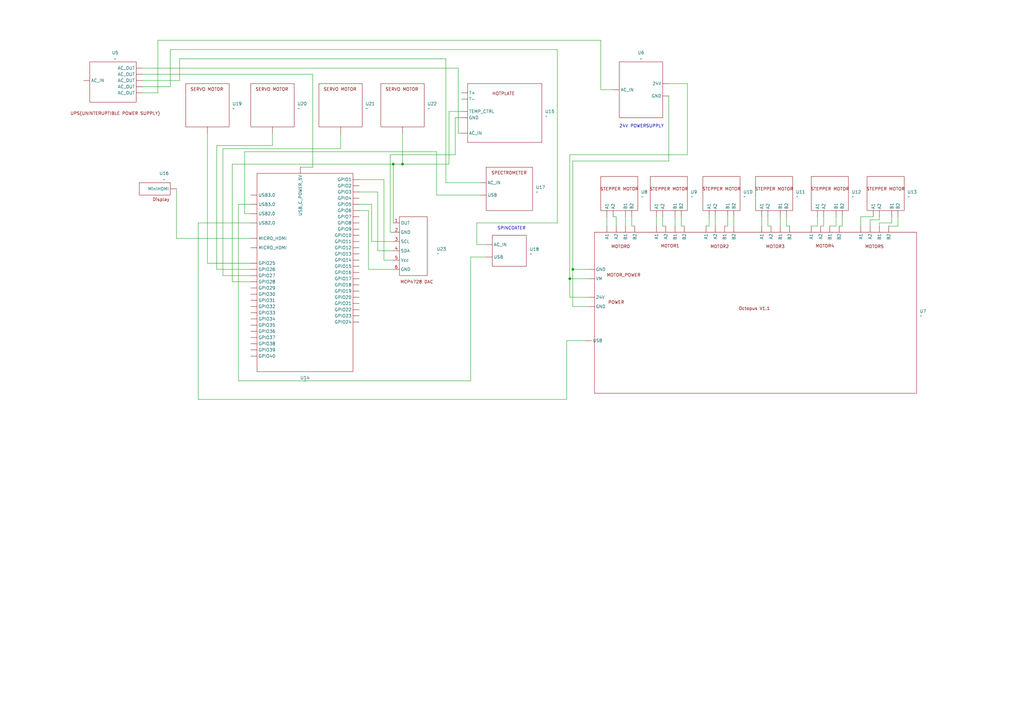
<source format=kicad_sch>
(kicad_sch (version 20231120) (generator "eeschema") (generator_version "8.0")
  (paper "A3")
  (lib_symbols
    (symbol "Hotplatelib:24V_POWER_SUPPLY"
      (property "Reference" "U" (at 0 0 0))
      (symbol "24V_POWER_SUPPLY_0_1"
        (rectangle (start -8.89 -3.81) (end 8.89 -26.67))
      )
      (symbol "24V_POWER_SUPPLY_1_1"
        (pin input line (at 11.43 -12.7 180) (length 2.54) (name "24V") (number ""))
        (pin input line (at -11.43 -15.24 0) (length 2.54) (name "AC_IN") (number ""))
        (pin input line (at 11.43 -17.78 180) (length 2.54) (name "GND") (number ""))
      )
    )
    (symbol "Hotplatelib:DAC"
      (property "Reference" "U" (at 0 0 0))
      (symbol "DAC_0_1"
        (rectangle (start -5.08 -1.27) (end 6.35 -25.4))
      )
      (symbol "DAC_1_1"
        (text "MCP4728 DAC" (at 2.032 -27.94 0) (effects (font (size 1.27 1.27))))
        (pin output line (at -7.62 -3.81 0) (length 2.54) (name "OUT") (number "1"))
        (pin input line (at -7.62 -7.62 0) (length 2.54) (name "GND") (number "2"))
        (pin input line (at -7.62 -11.43 0) (length 2.54) (name "SCL") (number "3"))
        (pin input line (at -7.62 -15.24 0) (length 2.54) (name "SDA") (number "4"))
        (pin input line (at -7.62 -19.05 0) (length 2.54) (name "Vcc") (number "5"))
        (pin output line (at -7.62 -22.86 0) (length 2.54) (name "GND") (number "6"))
      )
    )
    (symbol "Hotplatelib:Display"
      (property "Reference" "U16" (at -1.27 2.54 0))
      (property "Value" "~" (at -1.27 0 0))
      (symbol "Display_0_1"
        (rectangle (start -3.81 -1.27) (end 8.89 -6.35))
      )
      (symbol "Display_1_1"
        (text "Display" (at 0 -8.128 0) (effects (font (size 1.27 1.27))))
        (pin input line (at -6.35 -3.81 0) (length 2.54) (name "MiniHDMI") (number ""))
      )
    )
    (symbol "Hotplatelib:HOTPLATE"
      (property "Reference" "U" (at 0 0 0))
      (symbol "HOTPLATE_0_1"
        (rectangle (start -15.24 -3.81) (end 15.24 -27.94))
      )
      (symbol "HOTPLATE_1_1"
        (text "HOTPLATE\n" (at -0.508 -7.874 0) (effects (font (size 1.27 1.27))))
        (pin input line (at -17.78 -24.13 0) (length 2.54) (name "AC_IN") (number ""))
        (pin input line (at -17.78 -17.78 0) (length 2.54) (name "GND") (number ""))
        (pin input line (at -17.78 -7.62 0) (length 2.54) (name "T+") (number ""))
        (pin input line (at -17.78 -10.16 0) (length 2.54) (name "T-") (number ""))
        (pin input line (at -17.78 -15.24 0) (length 2.54) (name "TEMP_CTRL") (number ""))
      )
    )
    (symbol "Hotplatelib:RASPI4"
      (property "Reference" "U" (at -14.986 5.08 0))
      (symbol "RASPI4_0_1"
        (rectangle (start -33.02 -3.81) (end 6.35 -85.09))
      )
      (symbol "RASPI4_1_1"
        (pin input line (at 8.89 -6.35 180) (length 2.54) (name "GPIO1") (number ""))
        (pin input line (at 8.89 -29.21 180) (length 2.54) (name "GPIO10") (number ""))
        (pin input line (at 8.89 -31.75 180) (length 2.54) (name "GPIO11") (number ""))
        (pin input line (at 8.89 -34.29 180) (length 2.54) (name "GPIO12") (number ""))
        (pin input line (at 8.89 -36.83 180) (length 2.54) (name "GPIO13") (number ""))
        (pin input line (at 8.89 -39.37 180) (length 2.54) (name "GPIO14") (number ""))
        (pin input line (at 8.89 -41.91 180) (length 2.54) (name "GPIO15") (number ""))
        (pin input line (at 8.89 -44.45 180) (length 2.54) (name "GPIO16") (number ""))
        (pin input line (at 8.89 -46.99 180) (length 2.54) (name "GPIO17") (number ""))
        (pin input line (at 8.89 -49.53 180) (length 2.54) (name "GPIO18") (number ""))
        (pin input line (at 8.89 -52.07 180) (length 2.54) (name "GPIO19") (number ""))
        (pin input line (at 8.89 -8.89 180) (length 2.54) (name "GPIO2") (number ""))
        (pin input line (at 8.89 -54.61 180) (length 2.54) (name "GPIO20") (number ""))
        (pin input line (at 8.89 -57.15 180) (length 2.54) (name "GPIO21") (number ""))
        (pin input line (at 8.89 -59.69 180) (length 2.54) (name "GPIO22") (number ""))
        (pin input line (at 8.89 -62.23 180) (length 2.54) (name "GPIO23") (number ""))
        (pin input line (at 8.89 -64.77 180) (length 2.54) (name "GPIO24") (number ""))
        (pin input line (at -35.56 -40.64 0) (length 2.54) (name "GPIO25") (number ""))
        (pin input line (at -35.56 -43.18 0) (length 2.54) (name "GPIO26") (number ""))
        (pin input line (at -35.56 -45.72 0) (length 2.54) (name "GPIO27") (number ""))
        (pin input line (at -35.56 -48.26 0) (length 2.54) (name "GPIO28") (number ""))
        (pin input line (at -35.56 -50.8 0) (length 2.54) (name "GPIO29") (number ""))
        (pin input line (at 8.89 -11.43 180) (length 2.54) (name "GPIO3") (number ""))
        (pin input line (at -35.56 -53.34 0) (length 2.54) (name "GPIO30") (number ""))
        (pin input line (at -35.56 -55.88 0) (length 2.54) (name "GPIO31") (number ""))
        (pin input line (at -35.56 -58.42 0) (length 2.54) (name "GPIO32") (number ""))
        (pin input line (at -35.56 -60.96 0) (length 2.54) (name "GPIO33") (number ""))
        (pin input line (at -35.56 -63.5 0) (length 2.54) (name "GPIO34") (number ""))
        (pin input line (at -35.56 -66.04 0) (length 2.54) (name "GPIO35") (number ""))
        (pin input line (at -35.56 -68.58 0) (length 2.54) (name "GPIO36") (number ""))
        (pin input line (at -35.56 -71.12 0) (length 2.54) (name "GPIO37") (number ""))
        (pin input line (at -35.56 -73.66 0) (length 2.54) (name "GPIO38") (number ""))
        (pin input line (at -35.56 -76.2 0) (length 2.54) (name "GPIO39") (number ""))
        (pin input line (at 8.89 -13.97 180) (length 2.54) (name "GPIO4") (number ""))
        (pin input line (at -35.56 -78.74 0) (length 2.54) (name "GPIO40") (number ""))
        (pin input line (at 8.89 -16.51 180) (length 2.54) (name "GPIO5") (number ""))
        (pin input line (at 8.89 -19.05 180) (length 2.54) (name "GPIO6") (number ""))
        (pin input line (at 8.89 -21.59 180) (length 2.54) (name "GPIO7") (number ""))
        (pin input line (at 8.89 -24.13 180) (length 2.54) (name "GPIO8") (number ""))
        (pin input line (at 8.89 -26.67 180) (length 2.54) (name "GPIO9") (number ""))
        (pin input line (at -35.56 -34.29 0) (length 2.54) (name "MICRO_HDMI") (number ""))
        (pin input line (at -35.56 -30.48 0) (length 2.54) (name "MICRO_HDMI") (number ""))
        (pin input line (at -35.56 -24.13 0) (length 2.54) (name "USB2.0") (number ""))
        (pin input line (at -35.56 -20.32 0) (length 2.54) (name "USB2.0") (number ""))
        (pin input line (at -35.56 -16.51 0) (length 2.54) (name "USB3.0") (number ""))
        (pin input line (at -35.56 -12.7 0) (length 2.54) (name "USB3.0") (number ""))
        (pin input line (at -15.24 -1.27 270) (length 2.54) (name "USB_C_POWER_5V") (number ""))
      )
    )
    (symbol "Hotplatelib:SERVO"
      (property "Reference" "U" (at 0 0 0))
      (symbol "SERVO_0_1"
        (rectangle (start -7.62 -2.54) (end 10.16 -20.32))
      )
      (symbol "SERVO_1_1"
        (text "SERVO MOTOR" (at 1.016 -4.826 0) (effects (font (size 1.27 1.27))))
        (pin input line (at 1.27 -22.86 90) (length 2.54) (name "") (number ""))
      )
    )
    (symbol "Hotplatelib:SPECTROMETER"
      (property "Reference" "U" (at 0 0 0))
      (symbol "SPECTROMETER_0_1"
        (rectangle (start -8.89 -2.54) (end 10.16 -20.32))
      )
      (symbol "SPECTROMETER_1_1"
        (text "SPECTROMETER" (at 0.508 -4.826 0) (effects (font (size 1.27 1.27))))
        (pin input line (at -11.43 -8.89 0) (length 2.54) (name "AC_IN") (number ""))
        (pin input line (at -11.43 -13.97 0) (length 2.54) (name "USB") (number ""))
      )
    )
    (symbol "Hotplatelib:SPINCOATER"
      (property "Reference" "U" (at 0 0 0))
      (symbol "SPINCOATER_0_1"
        (rectangle (start -6.35 -1.27) (end 7.62 -13.97))
      )
      (symbol "SPINCOATER_1_1"
        (pin input line (at -8.89 -5.08 0) (length 2.54) (name "AC_IN") (number ""))
        (pin input line (at -8.89 -10.16 0) (length 2.54) (name "USB") (number ""))
      )
    )
    (symbol "Hotplatelib:STEPPER"
      (property "Reference" "U" (at 0 0 0))
      (symbol "STEPPER_0_1"
        (rectangle (start -7.62 -2.54) (end 7.62 -16.51))
      )
      (symbol "STEPPER_1_1"
        (text "STEPPER MOTOR" (at 0 -7.62 0) (effects (font (size 1.27 1.27))))
        (pin input line (at -5.08 -19.05 90) (length 2.54) (name "A1") (number ""))
        (pin input line (at -2.54 -19.05 90) (length 2.54) (name "A2") (number ""))
        (pin input line (at 2.54 -19.05 90) (length 2.54) (name "B1") (number ""))
        (pin input line (at 5.08 -19.05 90) (length 2.54) (name "B2") (number ""))
      )
    )
    (symbol "Hotplatelib:Uninteruptible_Power_Supply"
      (property "Reference" "U" (at 0 0 0))
      (symbol "Uninteruptible_Power_Supply_0_1"
        (rectangle (start -6.35 -2.54) (end 12.7 -19.05))
      )
      (symbol "Uninteruptible_Power_Supply_1_1"
        (text "UPS(UNINTERUPTIBLE POWER SUPPLY)" (at 4.064 -23.622 0) (effects (font (size 1.27 1.27))))
        (pin input line (at -8.89 -10.16 0) (length 2.54) (name "AC_IN") (number ""))
        (pin input line (at 15.24 -15.24 180) (length 2.54) (name "AC_OUT") (number ""))
        (pin input line (at 15.24 -12.7 180) (length 2.54) (name "AC_OUT") (number ""))
        (pin input line (at 15.24 -10.16 180) (length 2.54) (name "AC_OUT") (number ""))
        (pin input line (at 15.24 -7.62 180) (length 2.54) (name "AC_OUT") (number ""))
        (pin input line (at 15.24 -5.08 180) (length 2.54) (name "AC_OUT") (number ""))
      )
    )
    (symbol "Octopus_V1.1_1"
      (property "Reference" "U7" (at 124.46 -34.9249 0))
      (property "Value" "~" (at 124.46 -36.83 0))
      (symbol "Octopus_V1.1_1_0_1"
        (rectangle (start -8.89 -2.54) (end 123.19 -68.58))
      )
      (symbol "Octopus_V1.1_1_1_1"
        (text "MOTOR0" (at 1.778 -8.382 0) (effects (font (size 1.27 1.27))))
        (text "MOTOR1\n" (at 22.098 -8.128 0) (effects (font (size 1.27 1.27))))
        (text "MOTOR2" (at 42.418 -8.382 0) (effects (font (size 1.27 1.27))))
        (text "MOTOR3" (at 65.278 -8.382 0) (effects (font (size 1.27 1.27))))
        (text "MOTOR4\n" (at 85.598 -8.128 0) (effects (font (size 1.27 1.27))))
        (text "MOTOR5" (at 105.918 -8.382 0) (effects (font (size 1.27 1.27))))
        (text "MOTOR_POWER" (at 3.048 -20.066 0) (effects (font (size 1.27 1.27))))
        (text "Octopus V1.1" (at 56.642 -33.782 0) (effects (font (size 1.27 1.27) (thickness 0.1588))))
        (text "POWER" (at 0 -31.242 0) (effects (font (size 1.27 1.27))))
        (pin input line (at -11.43 -29.21 0) (length 2.54) (name "24V") (number ""))
        (pin input line (at -3.81 0 270) (length 2.54) (name "A1") (number ""))
        (pin input line (at 16.51 0 270) (length 2.54) (name "A1") (number ""))
        (pin input line (at 36.83 0 270) (length 2.54) (name "A1") (number ""))
        (pin input line (at 59.69 0 270) (length 2.54) (name "A1") (number ""))
        (pin input line (at 80.01 0 270) (length 2.54) (name "A1") (number ""))
        (pin input line (at 100.33 0 270) (length 2.54) (name "A1") (number ""))
        (pin input line (at 0 0 270) (length 2.54) (name "A2") (number ""))
        (pin input line (at 20.32 0 270) (length 2.54) (name "A2") (number ""))
        (pin input line (at 40.64 0 270) (length 2.54) (name "A2") (number ""))
        (pin input line (at 63.5 0 270) (length 2.54) (name "A2") (number ""))
        (pin input line (at 83.82 0 270) (length 2.54) (name "A2") (number ""))
        (pin input line (at 104.14 0 270) (length 2.54) (name "A2") (number ""))
        (pin input line (at 3.81 0 270) (length 2.54) (name "B1") (number ""))
        (pin input line (at 24.13 0 270) (length 2.54) (name "B1") (number ""))
        (pin input line (at 44.45 0 270) (length 2.54) (name "B1") (number ""))
        (pin input line (at 67.31 0 270) (length 2.54) (name "B1") (number ""))
        (pin input line (at 87.63 0 270) (length 2.54) (name "B1") (number ""))
        (pin input line (at 107.95 0 270) (length 2.54) (name "B1") (number ""))
        (pin input line (at 7.62 0 270) (length 2.54) (name "B2") (number ""))
        (pin input line (at 27.94 0 270) (length 2.54) (name "B2") (number ""))
        (pin input line (at 48.26 0 270) (length 2.54) (name "B2") (number ""))
        (pin input line (at 71.12 0 270) (length 2.54) (name "B2") (number ""))
        (pin input line (at 91.44 0 270) (length 2.54) (name "B2") (number ""))
        (pin input line (at 111.76 0 270) (length 2.54) (name "B2") (number ""))
        (pin input line (at -11.43 -33.02 0) (length 2.54) (name "GND") (number ""))
        (pin input line (at -11.43 -17.78 0) (length 2.54) (name "GND") (number ""))
        (pin input line (at -12.7 -46.99 0) (length 2.54) (name "USB") (number ""))
        (pin input line (at -11.43 -21.59 0) (length 2.54) (name "VM") (number ""))
      )
    )
  )
  (junction (at 233.68 114.3))
  (junction (at 234.95 110.49))
  (junction (at 165.1 67.31))
  (junction (at 161.29 67.31))
  (wire (pts (xy 165.1 67.31) (xy 184.15 67.31)))
  (wire (pts (xy 151.13 86.36) (xy 147.32 86.36)))
  (wire (pts (xy 161.29 106.68) (xy 157.48 106.68)))
  (wire (pts (xy 274.32 39.37) (xy 274.32 66.04)))
  (wire (pts (xy 128.27 30.48) (xy 128.27 68.58)))
  (wire (pts (xy 152.4 83.82) (xy 147.32 83.82)))
  (wire (pts (xy 195.58 91.44) (xy 195.58 100.33)))
  (wire (pts (xy 193.04 105.41) (xy 199.39 105.41)))
  (wire (pts (xy 72.39 97.79) (xy 72.39 77.47)))
  (wire (pts (xy 360.68 88.9) (xy 360.68 90.17)))
  (wire (pts (xy 97.79 83.82) (xy 97.79 156.21)))
  (wire (pts (xy 281.94 63.5) (xy 233.68 63.5)))
  (wire (pts (xy 95.25 115.57) (xy 102.87 115.57)))
  (wire (pts (xy 228.6 91.44) (xy 195.58 91.44)))
  (wire (pts (xy 102.87 97.79) (xy 72.39 97.79)))
  (wire (pts (xy 182.88 74.93) (xy 196.85 74.93)))
  (wire (pts (xy 100.33 87.63) (xy 100.33 62.23)))
  (wire (pts (xy 312.42 88.9) (xy 312.42 92.71)))
  (wire (pts (xy 161.29 110.49) (xy 151.13 110.49)))
  (wire (pts (xy 322.58 92.71) (xy 323.85 92.71)))
  (wire (pts (xy 182.88 24.13) (xy 182.88 74.93)))
  (wire (pts (xy 97.79 156.21) (xy 193.04 156.21)))
  (wire (pts (xy 152.4 99.06) (xy 152.4 83.82)))
  (wire (pts (xy 368.3 92.71) (xy 364.49 92.71)))
  (wire (pts (xy 259.08 88.9) (xy 259.08 92.71)))
  (wire (pts (xy 102.87 91.44) (xy 81.28 91.44)))
  (wire (pts (xy 91.44 113.03) (xy 102.87 113.03)))
  (wire (pts (xy 281.94 34.29) (xy 281.94 63.5)))
  (wire (pts (xy 58.42 38.1) (xy 64.77 38.1)))
  (wire (pts (xy 161.29 102.87) (xy 154.94 102.87)))
  (wire (pts (xy 322.58 88.9) (xy 322.58 92.71)))
  (wire (pts (xy 64.77 38.1) (xy 64.77 16.51)))
  (wire (pts (xy 139.7 54.61) (xy 139.7 60.96)))
  (wire (pts (xy 233.68 114.3) (xy 233.68 121.92)))
  (wire (pts (xy 365.76 88.9) (xy 365.76 91.44)))
  (wire (pts (xy 187.96 27.94) (xy 187.96 54.61)))
  (wire (pts (xy 139.7 60.96) (xy 91.44 60.96)))
  (wire (pts (xy 69.85 20.32) (xy 228.6 20.32)))
  (wire (pts (xy 234.95 110.49) (xy 241.3 110.49)))
  (wire (pts (xy 234.95 66.04) (xy 234.95 110.49)))
  (wire (pts (xy 233.68 121.92) (xy 241.3 121.92)))
  (wire (pts (xy 365.76 91.44) (xy 360.68 91.44)))
  (wire (pts (xy 259.08 92.71) (xy 260.35 92.71)))
  (wire (pts (xy 342.9 92.71) (xy 340.36 92.71)))
  (wire (pts (xy 360.68 90.17) (xy 356.87 90.17)))
  (wire (pts (xy 151.13 110.49) (xy 151.13 86.36)))
  (wire (pts (xy 160.02 63.5) (xy 186.69 63.5)))
  (wire (pts (xy 276.86 88.9) (xy 276.86 92.71)))
  (wire (pts (xy 345.44 88.9) (xy 345.44 92.71)))
  (wire (pts (xy 85.09 54.61) (xy 85.09 107.95)))
  (wire (pts (xy 233.68 63.5) (xy 233.68 114.3)))
  (wire (pts (xy 161.29 67.31) (xy 165.1 67.31)))
  (wire (pts (xy 290.83 92.71) (xy 289.56 92.71)))
  (wire (pts (xy 95.25 67.31) (xy 161.29 67.31)))
  (wire (pts (xy 102.87 87.63) (xy 100.33 87.63)))
  (wire (pts (xy 160.02 95.25) (xy 160.02 63.5)))
  (wire (pts (xy 228.6 20.32) (xy 228.6 91.44)))
  (wire (pts (xy 85.09 107.95) (xy 102.87 107.95)))
  (wire (pts (xy 179.07 62.23) (xy 179.07 80.01)))
  (wire (pts (xy 161.29 95.25) (xy 160.02 95.25)))
  (wire (pts (xy 274.32 34.29) (xy 281.94 34.29)))
  (wire (pts (xy 271.78 88.9) (xy 271.78 92.71)))
  (wire (pts (xy 161.29 99.06) (xy 152.4 99.06)))
  (wire (pts (xy 128.27 68.58) (xy 123.19 68.58)))
  (wire (pts (xy 187.96 54.61) (xy 189.23 54.61)))
  (wire (pts (xy 186.69 48.26) (xy 189.23 48.26)))
  (wire (pts (xy 58.42 33.02) (xy 73.66 33.02)))
  (wire (pts (xy 179.07 80.01) (xy 196.85 80.01)))
  (wire (pts (xy 58.42 27.94) (xy 187.96 27.94)))
  (wire (pts (xy 314.96 92.71) (xy 316.23 92.71)))
  (wire (pts (xy 298.45 88.9) (xy 298.45 92.71)))
  (wire (pts (xy 290.83 88.9) (xy 290.83 92.71)))
  (wire (pts (xy 232.41 139.7) (xy 240.03 139.7)))
  (wire (pts (xy 246.38 16.51) (xy 246.38 36.83)))
  (wire (pts (xy 157.48 73.66) (xy 147.32 73.66)))
  (wire (pts (xy 345.44 92.71) (xy 344.17 92.71)))
  (wire (pts (xy 251.46 88.9) (xy 252.73 88.9)))
  (wire (pts (xy 111.76 54.61) (xy 111.76 59.69)))
  (wire (pts (xy 298.45 92.71) (xy 297.18 92.71)))
  (wire (pts (xy 356.87 90.17) (xy 356.87 92.71)))
  (wire (pts (xy 91.44 60.96) (xy 91.44 113.03)))
  (wire (pts (xy 81.28 163.83) (xy 232.41 163.83)))
  (wire (pts (xy 58.42 35.56) (xy 69.85 35.56)))
  (wire (pts (xy 248.92 88.9) (xy 248.92 92.71)))
  (wire (pts (xy 193.04 156.21) (xy 193.04 105.41)))
  (wire (pts (xy 165.1 54.61) (xy 165.1 67.31)))
  (wire (pts (xy 100.33 62.23) (xy 179.07 62.23)))
  (wire (pts (xy 88.9 110.49) (xy 102.87 110.49)))
  (wire (pts (xy 58.42 30.48) (xy 128.27 30.48)))
  (wire (pts (xy 234.95 110.49) (xy 234.95 125.73)))
  (wire (pts (xy 252.73 88.9) (xy 252.73 92.71)))
  (wire (pts (xy 358.14 88.9) (xy 353.06 88.9)))
  (wire (pts (xy 314.96 88.9) (xy 314.96 92.71)))
  (wire (pts (xy 154.94 102.87) (xy 154.94 78.74)))
  (wire (pts (xy 73.66 33.02) (xy 73.66 24.13)))
  (wire (pts (xy 274.32 66.04) (xy 234.95 66.04)))
  (wire (pts (xy 342.9 88.9) (xy 342.9 92.71)))
  (wire (pts (xy 279.4 92.71) (xy 280.67 92.71)))
  (wire (pts (xy 88.9 59.69) (xy 88.9 110.49)))
  (wire (pts (xy 184.15 67.31) (xy 184.15 45.72)))
  (wire (pts (xy 293.37 88.9) (xy 293.37 92.71)))
  (wire (pts (xy 95.25 67.31) (xy 95.25 115.57)))
  (wire (pts (xy 64.77 16.51) (xy 246.38 16.51)))
  (wire (pts (xy 161.29 91.44) (xy 161.29 67.31)))
  (wire (pts (xy 232.41 163.83) (xy 232.41 139.7)))
  (wire (pts (xy 234.95 125.73) (xy 241.3 125.73)))
  (wire (pts (xy 353.06 88.9) (xy 353.06 92.71)))
  (wire (pts (xy 335.28 88.9) (xy 335.28 92.71)))
  (wire (pts (xy 111.76 59.69) (xy 88.9 59.69)))
  (wire (pts (xy 300.99 88.9) (xy 300.99 92.71)))
  (wire (pts (xy 337.82 92.71) (xy 336.55 92.71)))
  (wire (pts (xy 360.68 91.44) (xy 360.68 92.71)))
  (wire (pts (xy 81.28 91.44) (xy 81.28 163.83)))
  (wire (pts (xy 368.3 88.9) (xy 368.3 92.71)))
  (wire (pts (xy 186.69 63.5) (xy 186.69 48.26)))
  (wire (pts (xy 157.48 106.68) (xy 157.48 73.66)))
  (wire (pts (xy 102.87 83.82) (xy 97.79 83.82)))
  (wire (pts (xy 184.15 45.72) (xy 189.23 45.72)))
  (wire (pts (xy 154.94 78.74) (xy 147.32 78.74)))
  (wire (pts (xy 195.58 100.33) (xy 199.39 100.33)))
  (wire (pts (xy 279.4 88.9) (xy 279.4 92.71)))
  (wire (pts (xy 256.54 88.9) (xy 256.54 92.71)))
  (wire (pts (xy 69.85 35.56) (xy 69.85 20.32)))
  (wire (pts (xy 246.38 36.83) (xy 251.46 36.83)))
  (wire (pts (xy 320.04 88.9) (xy 320.04 92.71)))
  (wire (pts (xy 73.66 24.13) (xy 182.88 24.13)))
  (wire (pts (xy 233.68 114.3) (xy 241.3 114.3)))
  (wire (pts (xy 269.24 88.9) (xy 269.24 92.71)))
  (wire (pts (xy 271.78 92.71) (xy 273.05 92.71)))
  (wire (pts (xy 337.82 88.9) (xy 337.82 92.71)))
  (wire (pts (xy 335.28 92.71) (xy 332.74 92.71)))
  (text "SPINCOATER" (at 209.804 93.726 0) (effects (font (size 1.27 1.27))))
  (text "24V POWERSUPPLY\n" (at 263.144 51.816 0) (effects (font (size 1.27 1.27))))
  (symbol (lib_name "Hotplatelib:STEPPER") (lib_id "Hotplatelib:STEPPER") (at 254 69.85 0) (unit 1)
    (property "Reference" "U8" (at 262.89 78.7399 0) (effects (justify left)))
    (property "Value" "~" (at 262.89 80.645 0) (effects (justify left)))
  )
  (symbol (lib_id "Hotplatelib:SERVO") (at 163.83 31.75 0) (unit 1)
    (property "Reference" "U22" (at 175.26 42.5449 0) (effects (justify left)))
    (property "Value" "~" (at 175.26 44.45 0) (effects (justify left)))
  )
  (symbol (lib_id "Hotplatelib:24V_POWER_SUPPLY") (at 262.89 21.59 0) (unit 1)
    (property "Reference" "U6" (at 262.89 21.59 0))
    (property "Value" "~" (at 262.89 24.13 0))
  )
  (symbol (lib_id "Hotplatelib:SERVO") (at 110.49 31.75 0) (unit 1)
    (property "Reference" "U20" (at 121.92 42.5449 0) (effects (justify left)))
    (property "Value" "~" (at 121.92 44.45 0) (effects (justify left)))
  )
  (symbol (lib_name "Hotplatelib:STEPPER") (lib_id "Hotplatelib:STEPPER") (at 340.36 69.85 0) (unit 1)
    (property "Reference" "U12" (at 349.25 78.7399 0) (effects (justify left)))
    (property "Value" "~" (at 349.25 80.645 0) (effects (justify left)))
  )
  (symbol (lib_id "Hotplatelib:SPINCOATER") (at 208.28 95.25 0) (unit 1)
    (property "Reference" "U18" (at 217.17 102.2349 0) (effects (justify left)))
    (property "Value" "~" (at 217.17 104.14 0) (effects (justify left)))
  )
  (symbol (lib_id "Hotplatelib:HOTPLATE") (at 207.01 30.48 0) (unit 1)
    (property "Reference" "U15" (at 223.52 45.7199 0) (effects (justify left)))
    (property "Value" "~" (at 223.52 47.625 0) (effects (justify left)))
  )
  (symbol (lib_id "Hotplatelib:DAC") (at 168.91 87.63 0) (unit 1)
    (property "Reference" "U23" (at 179.07 102.1107 0) (effects (justify left)))
    (property "Value" "~" (at 179.07 104.0158 0) (effects (justify left)))
  )
  (symbol (lib_id "Hotplatelib:Uninteruptible_Power_Supply") (at 43.18 22.86 0) (unit 1)
    (property "Reference" "U5" (at 47.244 21.59 0))
    (property "Value" "~" (at 47.244 24.13 0))
  )
  (symbol (lib_id "Hotplatelib:SPECTROMETER") (at 208.28 66.04 0) (unit 1)
    (property "Reference" "U17" (at 219.71 76.8349 0) (effects (justify left)))
    (property "Value" "~" (at 219.71 78.74 0) (effects (justify left)))
  )
  (symbol (lib_id "Hotplatelib:SERVO") (at 83.82 31.75 0) (unit 1)
    (property "Reference" "U19" (at 95.25 42.5449 0) (effects (justify left)))
    (property "Value" "~" (at 95.25 44.45 0) (effects (justify left)))
  )
  (symbol (lib_name "Hotplatelib:STEPPER") (lib_id "Hotplatelib:STEPPER") (at 363.22 69.85 0) (unit 1)
    (property "Reference" "U13" (at 372.11 78.7399 0) (effects (justify left)))
    (property "Value" "~" (at 372.11 80.645 0) (effects (justify left)))
  )
  (symbol (lib_name "Octopus_V1.1_1") (lib_id "Hotplatelib:Octopus_V1.1") (at 252.73 92.71 0) (unit 1)
    (property "Reference" "U7" (at 377.19 127.6349 0) (effects (justify left)))
    (property "Value" "~" (at 377.19 129.54 0) (effects (justify left)))
  )
  (symbol (lib_id "Hotplatelib:RASPI4") (at 138.43 67.31 0) (unit 1)
    (property "Reference" "U14" (at 125.095 154.94 0))
    (property "Value" "~" (at 125.095 156.21 0))
  )
  (symbol (lib_name "Hotplatelib:STEPPER") (lib_id "Hotplatelib:STEPPER") (at 317.5 69.85 0) (unit 1)
    (property "Reference" "U11" (at 326.39 78.7399 0) (effects (justify left)))
    (property "Value" "~" (at 326.39 80.645 0) (effects (justify left)))
  )
  (symbol (lib_id "Hotplatelib:Display") (at 66.04 73.66 0) (mirror y) (unit 1)
    (property "Reference" "U16" (at 67.31 71.12 0))
    (property "Value" "~" (at 67.31 73.66 0))
  )
  (symbol (lib_name "Hotplatelib:STEPPER") (lib_id "Hotplatelib:STEPPER") (at 295.91 69.85 0) (unit 1)
    (property "Reference" "U10" (at 304.8 78.7399 0) (effects (justify left)))
    (property "Value" "~" (at 304.8 80.645 0) (effects (justify left)))
  )
  (symbol (lib_id "Hotplatelib:SERVO") (at 138.43 31.75 0) (unit 1)
    (property "Reference" "U21" (at 149.86 42.5449 0) (effects (justify left)))
    (property "Value" "~" (at 149.86 44.45 0) (effects (justify left)))
  )
  (symbol (lib_name "Hotplatelib:STEPPER") (lib_id "Hotplatelib:STEPPER") (at 274.32 69.85 0) (unit 1)
    (property "Reference" "U9" (at 283.21 78.7399 0) (effects (justify left)))
    (property "Value" "~" (at 283.21 80.645 0) (effects (justify left)))
  )
)
</source>
